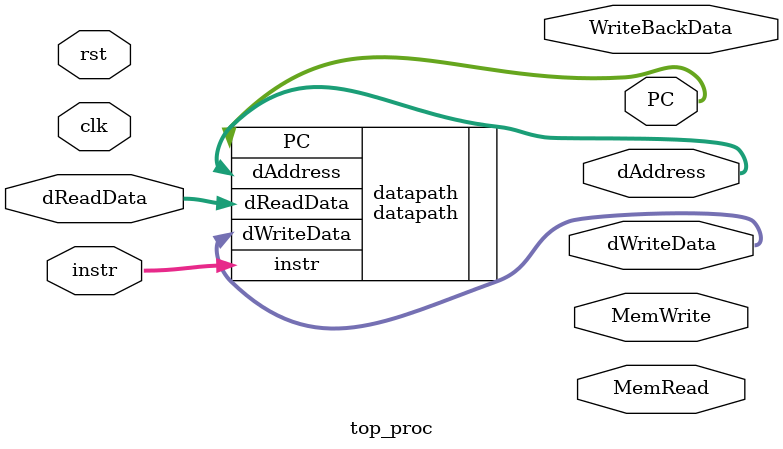
<source format=v>
`include "datapath.v"

module top_proc #(parameter INITIAL_PC = 32'h00400000) (
    input clk,
    input rst,
    input [31:0] instr,
    input [31:0] dReadData,
    output [31:0] PC,
    output [31:0] dAddress,
    output [31:0] dWriteData,
    output MemRead,
    output MemWrite,
    output [31:0] WriteBackData
);

datapath #(.INITIAL_PC(INITIAL_PC)) datapath (
    .instr(instr),
    .dReadData(dReadData),
    .PC(PC),
    .dAddress(dAddress),
    .dWriteData(dWriteData)
);


endmodule
</source>
